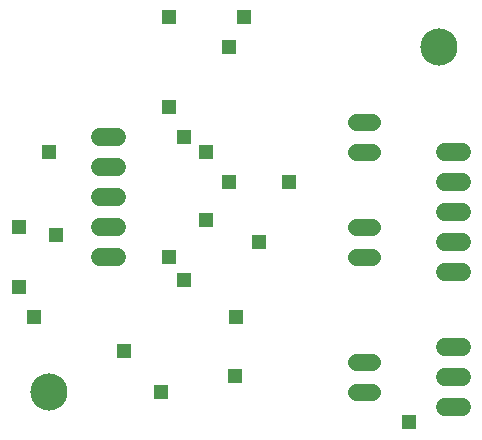
<source format=gbs>
G75*
%MOIN*%
%OFA0B0*%
%FSLAX24Y24*%
%IPPOS*%
%LPD*%
%AMOC8*
5,1,8,0,0,1.08239X$1,22.5*
%
%ADD10C,0.1240*%
%ADD11C,0.0577*%
%ADD12C,0.0610*%
%ADD13R,0.0484X0.0484*%
D10*
X002150Y002150D03*
X015150Y013650D03*
D11*
X012909Y011150D02*
X012391Y011150D01*
X012391Y010150D02*
X012909Y010150D01*
X012909Y007650D02*
X012391Y007650D01*
X012391Y006650D02*
X012909Y006650D01*
X012909Y003150D02*
X012391Y003150D01*
X012391Y002150D02*
X012909Y002150D01*
D12*
X015374Y001650D02*
X015926Y001650D01*
X015926Y002650D02*
X015374Y002650D01*
X015374Y003650D02*
X015926Y003650D01*
X015926Y006150D02*
X015374Y006150D01*
X015374Y007150D02*
X015926Y007150D01*
X015926Y008150D02*
X015374Y008150D01*
X015374Y009150D02*
X015926Y009150D01*
X015926Y010150D02*
X015374Y010150D01*
X004426Y009650D02*
X003874Y009650D01*
X003874Y008650D02*
X004426Y008650D01*
X004426Y007650D02*
X003874Y007650D01*
X003874Y006650D02*
X004426Y006650D01*
X004426Y010650D02*
X003874Y010650D01*
D13*
X002150Y010150D03*
X001150Y007650D03*
X002400Y007400D03*
X001150Y005650D03*
X001650Y004650D03*
X004650Y003520D03*
X005900Y002150D03*
X008350Y002700D03*
X008400Y004650D03*
X006650Y005900D03*
X006150Y006650D03*
X007400Y007900D03*
X008150Y009150D03*
X007400Y010150D03*
X006650Y010650D03*
X006150Y011650D03*
X008150Y013650D03*
X008650Y014650D03*
X006150Y014650D03*
X010150Y009150D03*
X009150Y007150D03*
X014150Y001150D03*
M02*

</source>
